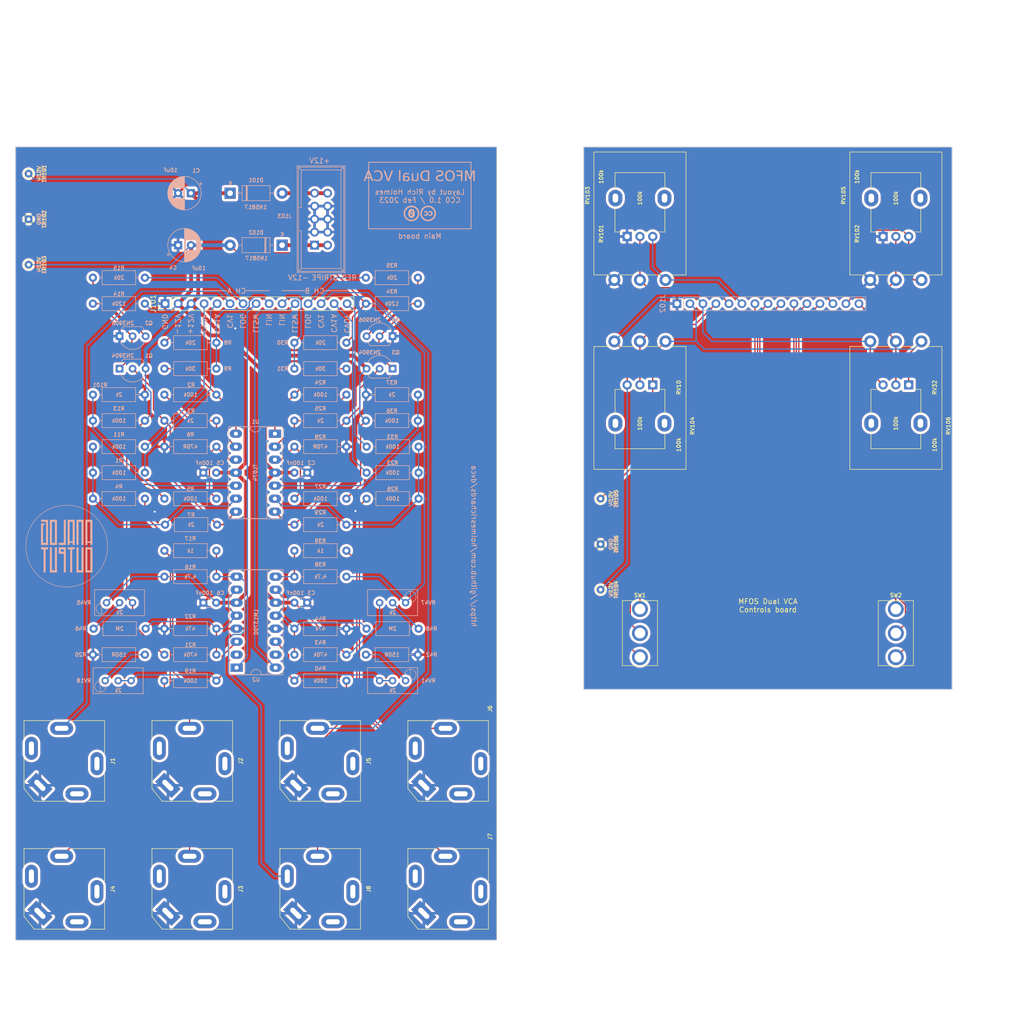
<source format=kicad_pcb>
(kicad_pcb (version 20221018) (generator pcbnew)
  (layers (0 "F.Cu" signal) (31 "B.Cu" signal) (34 "B.Paste" user) (35 "F.Paste" user) (36 "B.SilkS" user "B.Silkscreen") (37 "F.SilkS" user "F.Silkscreen") (38 "B.Mask" user) (39 "F.Mask" user) (44 "Edge.Cuts" user))
  (net 0 "")
  (net 1 "+12V")
  (net 2 "GND")
  (net 3 "-12V")
  (net 4 "/Main PCB/+12_IN")
  (net 5 "/Main PCB/-12_IN")
  (net 6 "/Main PCB/CV1A")
  (net 7 "/Main PCB/CV1B")
  (net 8 "VCAA_OUT")
  (net 9 "/Main PCB/CV1AA")
  (net 10 "/Main PCB/CVOFFSA")
  (net 11 "/Main PCB/LOGA")
  (net 12 "/Main PCB/LLSWA")
  (net 13 "/Main PCB/LINA")
  (net 14 "/Main PCB/CV1AB")
  (net 15 "/Main PCB/CVOFFSB")
  (net 16 "/Main PCB/LOGB")
  (net 17 "/Main PCB/LLSWB")
  (net 18 "/Main PCB/LINB")
  (net 19 "/Pots and switches PCB/CV1AA_P")
  (net 20 "/Pots and switches PCB/CV1A_P")
  (net 21 "/Pots and switches PCB/CVOFFSA_P")
  (net 22 "/Pots and switches PCB/LOGA_P")
  (net 23 "/Pots and switches PCB/LLSWA_P")
  (net 24 "/Pots and switches PCB/LINA_P")
  (net 25 "/Pots and switches PCB/CV1B_P")
  (net 26 "/Pots and switches PCB/CV1AB_P")
  (net 27 "/Pots and switches PCB/CVOFFSB_P")
  (net 28 "/Pots and switches PCB/LOGB_P")
  (net 29 "/Pots and switches PCB/LLSWB_P")
  (net 30 "/Pots and switches PCB/LINB_P")
  (net 31 "Net-(Q1-E)")
  (net 32 "Net-(Q2-C)")
  (net 33 "Net-(Q3-E)")
  (net 34 "Net-(Q4-C)")
  (net 35 "Net-(R2-Pad2)")
  (net 36 "Net-(U1D--)")
  (net 37 "Net-(U1D-+)")
  (net 38 "Net-(U1C-+)")
  (net 39 "Net-(R20-Pad1)")
  (net 40 "Net-(R21-Pad2)")
  (net 41 "Net-(R24-Pad2)")
  (net 42 "Net-(U1A--)")
  (net 43 "Net-(U1A-+)")
  (net 44 "Net-(U1B-+)")
  (net 45 "Net-(R42-Pad1)")
  (net 46 "Net-(R43-Pad2)")
  (net 47 "/Main PCB/BIASA")
  (net 48 "/Main PCB/BIASB")
  (net 51 "/Main PCB/CV2A")
  (net 52 "/Main PCB/OUTA")
  (net 53 "/Main PCB/SIGA")
  (net 54 "/Main PCB/CV2B")
  (net 55 "/Main PCB/SIGB")
  (net 56 "/Main PCB/OUTB")
  (net 57 "/Main PCB/CVSUMA")
  (net 58 "/Main PCB/CVSUMB")
  (net 59 "/Main PCB/CVINA")
  (net 60 "/Main PCB/SIGAP")
  (net 61 "/Main PCB/CVINB")
  (net 62 "/Main PCB/VCAB_OUT")
  (net 63 "/Main PCB/SIGBP")
  (net 64 "GND1")
  (net 65 "-12V_1")
  (net 66 "+12V_1")
  (footprint "AO_tht:Jack_6.35mm_PJ_629HAN_slots" (layer "F.Cu") (at 112.5 185 -90)
    (fp_text reference "J8")
    (fp_text value "AudioJack2_SwitchT")
  )
  (footprint "mfos_vca-panel:mfos_vca_panel_100_holes" (layer "F.Cu") (at 200 110)
    (fp_text reference "GRAF102" hide)
    (fp_text value "Holes" hide)
  )
  (footprint "AO_tht:Potentiometer_Alpha_RD901F-40-00D_Single_Vertical_centered" (layer "F.Cu") (at 175 50 90)
    (fp_text reference "RV101")
    (fp_text value "100k")
  )
  (footprint "AO_tht:Potentiometer_Alpha_16mm_Single_Vertical" (layer "F.Cu") (at 225 50 90)
    (fp_text reference "RV105")
    (fp_text value "100k")
  )
  (footprint "AO_tht:Jack_6.35mm_PJ_629HAN_slots" (layer "F.Cu") (at 87.5 185 -90)
    (fp_text reference "J3")
    (fp_text value "AudioJack2")
  )
  (footprint "AO_tht:TestPoint_THTPad_D1.5mm_Drill0.7mm" (layer "F.Cu") (at 55.55 54.12 -90)
    (fp_text reference "TP102")
    (fp_text value "GND")
  )
  (footprint "Connector_PinHeader_2.54mm:PinHeader_1x15_P2.54mm_Vertical" (layer "F.Cu") (at 82.225 70.63 90)
    (fp_text reference "J101")
    (fp_text value "Conn_01x15")
  )
  (footprint "AO_tht:TestPoint_THTPad_D1.5mm_Drill0.7mm" (layer "F.Cu") (at 167.31 117.62 -90)
    (fp_text reference "TP106")
    (fp_text value "GND")
  )
  (footprint "AO_tht:Potentiometer_Alpha_16mm_Single_Vertical" (layer "F.Cu") (at 175 94 -90)
    (fp_text reference "RV104")
    (fp_text value "100k")
  )
  (footprint "AO_tht:SPDT-toggle-switch-1M-series" (layer "F.Cu") (at 225 135)
    (fp_text reference "SW2")
    (fp_text value "SW_SPDT")
  )
  (footprint "AO_tht:Potentiometer_Alpha_16mm_Single_Vertical" (layer "F.Cu") (at 225 94 -90)
    (fp_text reference "RV106")
    (fp_text value "100k")
  )
  (footprint "AO_tht:Jack_6.35mm_PJ_629HAN_slots" (layer "F.Cu") (at 62.5 160 -90)
    (fp_text reference "J1")
    (fp_text value "AudioJack2")
  )
  (footprint "AO_tht:Potentiometer_Alpha_16mm_Single_Vertical" (layer "F.Cu") (at 175 50 90)
    (fp_text reference "RV103")
    (fp_text value "100k")
  )
  (footprint "AO_tht:Jack_6.35mm_PJ_629HAN_slots" (layer "F.Cu") (at 137.5 185 -90)
    (fp_text reference "J7")
    (fp_text value "AudioJack2")
  )
  (footprint "AO_tht:TestPoint_THTPad_D1.5mm_Drill0.7mm" (layer "F.Cu") (at 167.31 126.51 -90)
    (fp_text reference "TP104")
    (fp_text value "+12V")
  )
  (footprint "AO_tht:Board_Marker" (layer "F.Cu") (at 97 40)
    (fp_text reference "B101")
    (fp_text value "Board")
  )
  (footprint "mfos_vca-panel:mfos_vca_panel_100_holes" (layer "F.Cu") (at 100 110)
    (fp_text reference "GRAF101" hide)
    (fp_text value "Holes" hide)
  )
  (footprint "AO_tht:Potentiometer_Alpha_RD901F-40-00D_Single_Vertical_centered" (layer "F.Cu") (at 225 94 -90)
    (fp_text reference "RV32")
    (fp_text value "100k")
  )
  (footprint "AO_tht:Jack_6.35mm_PJ_629HAN_slots" (layer "F.Cu") (at 112.5 160 -90)
    (fp_text reference "J5")
    (fp_text value "AudioJack2")
  )
  (footprint "AO_tht:Jack_6.35mm_PJ_629HAN_slots" (layer "F.Cu") (at 137.5 160 -90)
    (fp_text reference "J6")
    (fp_text value "AudioJack2")
  )
  (footprint "AO_tht:TestPoint_THTPad_D1.5mm_Drill0.7mm" (layer "F.Cu") (at 167.31 108.73 -90)
    (fp_text reference "TP105")
    (fp_text value "-12V")
  )
  (footprint "AO_tht:Board_Marker" (layer "F.Cu") (at 197.375 39.925)
    (fp_text reference "B102")
    (fp_text value "Board")
  )
  (footprint "AO_tht:Potentiometer_Alpha_RD901F-40-00D_Single_Vertical_centered" (layer "F.Cu") (at 175 94 -90)
    (fp_text reference "RV10")
    (fp_text value "100k")
  )
  (footprint "AO_tht:Jack_6.35mm_PJ_629HAN_slots" (layer "F.Cu") (at 62.5 185 -90)
    (fp_text reference "J4")
    (fp_text value "AudioJack2")
  )
  (footprint "AO_tht:Potentiometer_Alpha_RD901F-40-00D_Single_Vertical_centered" (layer "F.Cu") (at 225 50 90)
    (fp_text reference "RV102")
    (fp_text value "100k")
  )
  (footprint "AO_tht:TestPoint_THTPad_D1.5mm_Drill0.7mm" (layer "F.Cu") (at 55.55 45.23 -90)
    (fp_text reference "TP101")
    (fp_text value "+12V")
  )
  (footprint "AO_tht:TestPoint_THTPad_D1.5mm_Drill0.7mm" (layer "F.Cu") (at 55.55 63.01 -90)
    (fp_text reference "TP103")
    (fp_text value "-12V")
  )
  (footprint "AO_tht:Jack_6.35mm_PJ_629HAN_slots" (layer "F.Cu") (at 87.5 160 -90)
    (fp_text reference "J2")
    (fp_text value "AudioJack2")
  )
  (footprint "AO_tht:SPDT-toggle-switch-1M-series" (layer "F.Cu") (at 175 135)
    (fp_text reference "SW1")
    (fp_text value "SW_SPDT")
  )
  (footprint "AO_tht:R_Axial_DIN0207_L6.3mm_D2.5mm_P10.16mm_Horizontal" (layer "B.Cu") (at 92.245 83.33 180)
    (fp_text reference "R9")
    (fp_text value "30k")
  )
  (footprint "AO_tht:TO-92_Inline_Wide" (layer "B.Cu") (at 73.33 76.98)
    (fp_text reference "Q2")
    (fp_text value "2N3906")
  )
  (footprint "AO_tht:R_Axial_DIN0207_L6.3mm_D2.5mm_P10.16mm_Horizontal" (layer "B.Cu") (at 78.275 93.49 180)
    (fp_text reference "R13")
    (fp_text value "100k")
  )
  (footprint "AO_tht:CC0_logo" (layer "B.Cu") (at 132 53 180)
    (fp_text reference "GRAF103" hide)
    (fp_text value "CC0 logo" hide)
  )
  (footprint "AO_tht:R_Axial_DIN0207_L6.3mm_D2.5mm_P10.16mm_Horizontal" (layer "B.Cu") (at 92.245 118.89 180)
    (fp_text reference "R17")
    (fp_text value "1k")
  )
  (footprint "AO_tht:R_Axial_DIN0207_L6.3mm_D2.5mm_P10.16mm_Horizontal" (layer "B.Cu") (at 121.59 103.65)
    (fp_text reference "R23")
    (fp_text value "100k")
  )
  (footprint "AO_tht:R_Axial_DIN0207_L6.3mm_D2.5mm_P10.16mm_Horizontal" (layer "B.Cu") (at 78.275 98.57 180)
    (fp_text reference "R11")
    (fp_text value "100k")
  )
  (footprint "AO_tht:TO-92_Inline_Wide" (layer "B.Cu") (at 73.33 83.33)
    (fp_text reference "Q1")
    (fp_text value "2N3904")
  )
  (footprint "AO_tht:D_DO-41_SOD81_P10.16mm_Horizontal" (layer "B.Cu") (at 105.08 59.2 180)
    (fp_text reference "D102")
    (fp_text value "1N5817")
  )
  (footprint "AO_tht:R_Axial_DIN0207_L6.3mm_D2.5mm_P10.16mm_Horizontal" (layer "B.Cu") (at 107.485 98.57)
    (fp_text reference "R28")
    (fp_text value "470R")
  )
  (footprint "AO_tht:R_Axial_DIN0207_L6.3mm_D2.5mm_P10.16mm_Horizontal" (layer "B.Cu") (at 78.275 108.73 180)
    (fp_text reference "R4")
    (fp_text value "100k")
  )
  (footprint "AO_tht:R_Axial_DIN0207_L6.3mm_D2.5mm_P10.16mm_Horizontal" (layer "B.Cu") (at 117.645 113.81 180)
    (fp_text reference "R29")
    (fp_text value "2k")
  )
  (footprint "AO_tht:R_Axial_DIN0207_L6.3mm_D2.5mm_P10.16mm_Horizontal" (layer "B.Cu") (at 121.59 98.57)
    (fp_text reference "R33")
    (fp_text value "100k")
  )
  (footprint "AO_tht:R_Axial_DIN0207_L6.3mm_D2.5mm_P10.16mm_Horizontal" (layer "B.Cu") (at 82.085 139.21)
    (fp_text reference "R21")
    (fp_text value "470k")
  )
  (footprint "AO_tht:R_Axial_DIN0207_L6.3mm_D2.5mm_P10.16mm_Horizontal" (layer "B.Cu") (at 82.085 123.97)
    (fp_text reference "R16")
    (fp_text value "4.7k")
  )
  (footprint "AO_tht:Potentiometer_Bourns_3296W_Vertical_standard" (layer "B.Cu") (at 70.51 144.29 180)
    (fp_text reference "RV18")
    (fp_text value "2k")
  )
  (footprint "AO_tht:R_Axial_DIN0207_L6.3mm_D2.5mm_P10.16mm_Horizontal" (layer "B.Cu") (at 117.645 108.73 180)
    (fp_text reference "R27")
    (fp_text value "100k")
  )
  (footprint "AO_tht:R_Axial_DIN0207_L6.3mm_D2.5mm_P10.16mm_Horizontal" (layer "B.Cu") (at 131.615 70.63 180)
    (fp_text reference "R34")
    (fp_text value "120k")
  )
  (footprint "AO_tht:DIP-16_W7.62mm_Socket_LongPads" (layer "B.Cu") (at 96.19 141.75)
    (fp_text reference "U2")
    (fp_text value "LM13700")
  )
  (footprint "AO_tht:R_Axial_DIN0207_L6.3mm_D2.5mm_P10.16mm_Horizontal" (layer "B.Cu") (at 68.115 88.41)
    (fp_text reference "R101")
    (fp_text value "2k")
  )
  (footprint "AO_tht:Potentiometer_Bourns_3296W_Vertical_standard" (layer "B.Cu") (at 70.78 129.05 180)
    (fp_text reference "RV45")
    (fp_text value "2k")
  )
  (footprint "AO_tht:R_Axial_DIN0207_L6.3mm_D2.5mm_P10.16mm_Horizontal" (layer "B.Cu") (at 82.085 78.25)
    (fp_text reference "R8")
    (fp_text value "20k")
  )
  (footprint "AO_tht:R_Axial_DIN0207_L6.3mm_D2.5mm_P10.16mm_Horizontal" (layer "B.Cu") (at 121.455 139.21)
    (fp_text reference "R42")
    (fp_text value "150R")
  )
  (footprint "AO_tht:C_Disc_D3.0mm_W1.6mm_P2.50mm" (layer "B.Cu") (at 107.485 129.05)
    (fp_text reference "C3")
    (fp_text value "100nF")
  )
  (footprint "AO_tht:Potentiometer_Bourns_3296W_Vertical_standard" (layer "B.Cu") (at 129.21 144.29)
    (fp_text reference "RV41")
    (fp_text value "2k")
  )
  (footprint "AO_tht:R_Axial_DIN0207_L6.3mm_D2.5mm_P10.16mm_Horizontal" (layer "B.Cu") (at 107.485 83.33)
    (fp_text reference "R31")
    (fp_text value "30k")
  )
  (footprint "AO_tht:TO-92_Inline_Wide" (layer "B.Cu") (at 126.67 83.33 180)
    (fp_text reference "Q3")
    (fp_text value "2N3904")
  )
  (footprint "AO_tht:R_Axial_DIN0207_L6.3mm_D2.5mm_P10.16mm_Horizontal" (layer "B.Cu") (at 68.115 70.63)
    (fp_text reference "R14")
    (fp_text value "120k")
  )
  (footprint "AO_tht:R_Axial_DIN0207_L6.3mm_D2.5mm_P10.16mm_Horizontal" (layer "B.Cu") (at 131.75 134.13 180)
    (fp_text reference "R48")
    (fp_text value "2M")
  )
  (footprint "AO_tht:C_Disc_D3.0mm_W1.6mm_P2.50mm" (layer "B.Cu") (at 89.705 129.05)
    (fp_text reference "C6")
    (fp_text value "100nF")
  )
  (footprint "AO_tht:C_Disc_D3.0mm_W1.6mm_P2.50mm" (layer "B.Cu") (at 107.485 103.65)
    (fp_text reference "C2")
    (fp_text value "100nF")
  )
  (footprint "AO_tht:R_Axial_DIN0207_L6.3mm_D2.5mm_P10.16mm_Horizontal" (layer "B.Cu") (at 131.615 88.41 180)
    (fp_text reference "R37")
    (fp_text value "2k")
  )
  (footprint "AO_tht:R_Axial_DIN0207_L6.3mm_D2.5mm_P10.16mm_Horizontal" (layer "B.Cu") (at 117.645 144.29 180)
    (fp_text reference "R40")
    (fp_text value "100k" hide)
  )
  (footprint "AO_tht:R_Axial_DIN0207_L6.3mm_D2.5mm_P10.16mm_Horizontal" (layer "B.Cu") (at 82.22 113.81)
    (fp_text reference "R7")
    (fp_text value "2k")
  )
  (footprint "AO_tht:R_Axial_DIN0207_L6.3mm_D2.5mm_P10.16mm_Horizontal" (layer "B.Cu") (at 92.245 134.13 180)
    (fp_text reference "R22")
    (fp_text value "47k")
  )
  (footprint "AO_tht:R_Axial_DIN0207_L6.3mm_D2.5mm_P10.16mm_Horizontal" (layer "B.Cu") (at 117.645 88.41 180)
    (fp_text reference "R24")
    (fp_text value "100k")
  )
  (footprint "AO_tht:R_Axial_DIN0207_L6.3mm_D2.5mm_P10.16mm_Horizontal" (layer "B.Cu") (at 107.485 118.89)
    (fp_text reference "R39")
    (fp_text value "1k")
  )
  (footprint "AO_tht:R_Axial_DIN0207_L6.3mm_D2.5mm_P10.16mm_Horizontal" (layer "B.Cu") (at 117.645 139.21 180)
    (fp_text reference "R43")
    (fp_text value "470k")
  )
  (footprint "AO_tht:TO-92_Inline_Wide" (layer "B.Cu") (at 126.67 76.98 180)
    (fp_text reference "Q4")
    (fp_text value "2N3906")
  )
  (footprint "AO_tht:analogoutput" (layer "B.Cu") (at 63 118 180)
    (fp_text reference "GRAF104" hide)
    (fp_text value "AO logo" hide)
  )
  (footprint "AO_tht:R_Axial_DIN0207_L6.3mm_D2.5mm_P10.16mm_Horizontal" (layer "B.Cu") (at 117.645 78.25 180)
    (fp_text reference "R30")
    (fp_text value "20k")
  )
  (footprint "AO_tht:R_Axial_DIN0207_L6.3mm_D2.5mm_P10.16mm_Horizontal" (layer "B.Cu") (at 131.615 65.55 180)
    (fp_text reference "R35")
    (fp_text value "20k")
  )
  (footprint "AO_tht:R_Axial_DIN0207_L6.3mm_D2.5mm_P10.16mm_Horizontal" (layer "B.Cu") (at 107.485 134.13)
    (fp_text reference "R44")
    (fp_text value "47k")
  )
  (footprint "AO_tht:R_Axial_DIN0207_L6.3mm_D2.5mm_P10.16mm_Horizontal" (layer "B.Cu") (at 92.245 98.57 180)
    (fp_text reference "R6")
    (fp_text value "470R")
  )
  (footprint "AO_tht:R_Axial_DIN0207_L6.3mm_D2.5mm_P10.16mm_Horizontal" (layer "B.Cu") (at 82.085 88.41)
    (fp_text reference "R2")
    (fp_text value "100k")
  )
  (footprint "AO_tht:R_Axial_DIN0207_L6.3mm_D2.5mm_P10.16mm_Horizontal" (layer "B.Cu") (at 82.085 93.49)
    (fp_text reference "R3")
    (fp_text value "2k")
  )
  (footprint "AO_tht:C_Disc_D3.0mm_W1.6mm_P2.50mm" (layer "B.Cu") (at 89.705 103.65)
    (fp_text reference "C5")
    (fp_text value "100nF")
  )
  (footprint "AO_tht:R_Axial_DIN0207_L6.3mm_D2.5mm_P10.16mm_Horizontal" (layer "B.Cu") (at 82.085 144.29)
    (fp_text reference "R19")
    (fp_text value "100k")
  )
  (footprint "AO_tht:R_Axial_DIN0207_L6.3mm_D2.5mm_P10.16mm_Horizontal" (layer "B.Cu") (at 117.645 123.97 180)
    (fp_text reference "R38")
    (fp_text value "4.7k")
  )
  (footprint "AO_tht:CP_Radial_D6.3mm_P2.50mm" (layer "B.Cu") (at 87.26 49.04 180)
    (fp_text reference "C1")
    (fp_text value "10uF")
  )
  (footprint "AO_tht:DIP-14_W7.62mm_Socket_LongPads" (layer "B.Cu") (at 103.675 96.03 180)
    (fp_text reference "U1")
    (fp_text value "TL074")
  )
  (footprint "AO_tht:Potentiometer_Bourns_3296W_Vertical_standard" (layer "B.Cu") (at 129.21 129.05)
    (fp_text reference "RV47")
    (fp_text value "2k")
  )
  (footprint "AO_tht:CP_Radial_D6.3mm_P2.50mm" (layer "B.Cu") (at 84.76 59.2)
    (fp_text reference "C4")
    (fp_text value "10uF")
  )
  (footprint "AO_tht:R_Axial_DIN0207_L6.3mm_D2.5mm_P10.16mm_Horizontal" (layer "B.Cu") (at 68.25 134.13)
    (fp_text reference "R46")
    (fp_text value "2M")
  )
  (footprint "AO_tht:D_DO-41_SOD81_P10.16mm_Horizontal" (layer "B.Cu") (at 94.92 49.04)
    (fp_text reference "D101")
    (fp_text value "1N5817")
  )
  (footprint "AO_tht:R_Axial_DIN0207_L6.3mm_D2.5mm_P10.16mm_Horizontal" (layer "B.Cu") (at 121.59 108.73)
    (fp_text reference "R26")
    (fp_text value "100k")
  )
  (footprint "AO_tht:Power_Header" (layer "B.Cu") (at 111.43 59.2)
    (fp_text reference "J103")
    (fp_text value "Synth_power_2x5")
  )
  (footprint "AO_tht:R_Axial_DIN0207_L6.3mm_D2.5mm_P10.16mm_Horizontal" (layer "B.Cu") (at 68.115 65.55)
    (fp_text reference "R15")
    (fp_text value "20k")
  )
  (footprint "AO_tht:R_Axial_DIN0207_L6.3mm_D2.5mm_P10.16mm_Horizontal" (layer "B.Cu") (at 78.275 103.65 180)
    (fp_text reference "R1")
    (fp_text value "100k")
  )
  (footprint "Connector_PinSocket_2.54mm:PinSocket_1x15_P2.54mm_Vertical" (layer "B.Cu") (at 182.225 70.63 -90)
    (fp_text reference "J102")
    (fp_text value "Conn_01x15")
  )
  (footprint "AO_tht:R_Axial_DIN0207_L6.3mm_D2.5mm_P10.16mm_Horizontal" (layer "B.Cu") (at 121.455 93.49)
    (fp_text reference "R36")
    (fp_text value "100k")
  )
  (footprint "AO_tht:R_Axial_DIN0207_L6.3mm_D2.5mm_P10.16mm_Horizontal" (layer "B.Cu") (at 82.085 108.73)
    (fp_text reference "R5")
    (fp_text value "100k")
  )
  (footprint "AO_tht:R_Axial_DIN0207_L6.3mm_D2.5mm_P10.16mm_Horizontal" (layer "B.Cu") (at 78.275 139.21 180)
    (fp_text reference "R20")
    (fp_text value "150R")
  )
  (footprint "AO_tht:R_Axial_DIN0207_L6.3mm_D2.5mm_P10.16mm_Horizontal" (layer "B.Cu") (at 117.645 93.49 180)
    (fp_text reference "R25")
    (fp_text value "2k")
  )
  (gr_rect (start 122 43) (end 142 56) (stroke (width 0.15)) (fill none) (layer "B.SilkS"))
  (gr_line (start 117.78 68.09) (end 113.335 68.09) (stroke (width 0.15)) (layer "B.SilkS"))
  (gr_line (start 94.285 68.09) (end 89.84 68.09) (stroke (width 0.15)) (layer "B.SilkS"))
  (gr_line (start 102.54 68.09) (end 98.095 68.09) (stroke (width 0.15)) (layer "B.SilkS"))
  (gr_line (start 109.525 68.09) (end 105.08 68.09) (stroke (width 0.15)) (layer "B.SilkS"))
  (gr_rect (start 164 40) (end 236 146) (stroke (width 0.15)) (fill none) (layer "Edge.Cuts"))
  (gr_rect (start 53 40) (end 147 195) (stroke (width 0.1)) (fill none) (layer "Edge.Cuts"))
  (gr_text "LLSW" (at 106.985 72.535 270) (layer "B.SilkS") (effects (font (size 1 1)) (justify right bottom mirror)))
  (gr_text "-12V" (at 84.125 72.535 270) (layer "B.SilkS") (effects (font (size 1 1)) (justify right bottom mirror)))
  (gr_text "MFOS Dual VCA" (at 132 47) (layer "B.SilkS") (effects (font (size 2 2)) (justify bottom mirror)))
  (gr_text "https://github.com/holmesrichards/dvca" (at 142 118 -90) (layer "B.SilkS") (effects (font (size 1 1)) (justify bottom mirror)))
  (gr_text "CH B" (at 111.43 68.725) (layer "B.SilkS") (effects (font (size 1 1)) (justify bottom mirror)))
  (gr_text "Layout by Rich Holmes\nCC0 1.0 / Feb 2023" (at 132 51) (layer "B.SilkS") (effects (font (size 1 1)) (justify bottom mirror)))
  (gr_text "CH A" (at 96.19 68.725) (layer "B.SilkS") (effects (font (size 1 1)) (justify bottom mirror)))
  (gr_text "CVOF" (at 117.145 72.535 270) (layer "B.SilkS") (effects (font (size 1 1)) (justify right bottom mirror)))
  (gr_text "CV1A" (at 114.605 72.535 270) (layer "B.SilkS") (effects (font (size 1 1)) (justify right bottom mirror)))
  (gr_text "LOG" (at 96.825 72.535 270) (layer "B.SilkS") (effects (font (size 1 1)) (justify right bottom mirror)))
  (gr_text "LIN" (at 101.905 72.535 270) (layer "B.SilkS") (effects (font (size 1 1)) (justify right bottom mirror)))
  (gr_text "LOG" (at 109.525 72.535 270) (layer "B.SilkS") (effects (font (size 1 1)) (justify right bottom mirror)))
  (gr_text "GND" (at 81.585 72.535 -90) (layer "B.SilkS") (effects (font (size 1 1)) (justify right bottom mirror)))
  (gr_text "+12V" (at 86.665 72.535 270) (layer "B.SilkS") (effects (font (size 1 1)) (justify right bottom mirror)))
  (gr_text "CV1" (at 94.285 72.535 270) (layer "B.SilkS") (effects (font (size 1 1)) (justify right bottom mirror)))
  (gr_text "CVOF" (at 89.205 72.535 270) (layer "B.SilkS") (effects (font (size 1 1)) (justify right bottom mirror)))
  (gr_text "CV1A" (at 91.745 72.535 270) (layer "B.SilkS") (effects (font (size 1 1)) (justify right bottom mirror)))
  (gr_text "LIN" (at 104.445 72.535 270) (layer "B.SilkS") (effects (font (size 1 1)) (justify right bottom mirror)))
  (gr_text "LLSW" (at 99.365 72.535 270) (layer "B.SilkS") (effects (font (size 1 1)) (justify right bottom mirror)))
  (gr_text "CV1" (at 112.065 72.535 270) (layer "B.SilkS") (effects (font (size 1 1)) (justify right bottom mirror)))
  (gr_text "Main board" (at 132 58) (layer "B.SilkS") (effects (font (size 1 1)) (justify bottom mirror)))
  (gr_text "MFOS Dual VCA\nControls board" (at 200 131) (layer "F.SilkS") (effects (font (size 1 1)) (justify bottom)))
  (segment (start 75.86 129.05) (end 74.727 127.917) (width 0.25) (layer "F.Cu") (net 1))
  (segment (start 103.675 103.65) (end 107.485 103.65) (width 0.75) (layer "F.Cu") (net 1))
  (segment (start 93.249064 75.825978) (end 92.500978 75.825978) (width 0.75) (layer "F.Cu") (net 1))
  (segment (start 120.415489 105.959511) (end 120.415489 94.529511) (width 0.25) (layer "F.Cu") (net 1))
  (segment (start 103.81 129.05) (end 101.778 127.018) (width 0.75) (layer "F.Cu") (net 1))
  (segment (start 101.778 105.547) (end 103.675 103.65) (width 0.75) (layer "F.Cu") (net 1))
  (segment (start 87.26 49.04) (end 88.684511 50.464511) (width 0.75) (layer "F.Cu") (net 1))
  (segment (start 92.500978 75.825978) (end 87.305 70.63) (width 0.75) (layer "F.Cu") (net 1))
  (segment (start 120.415489 94.529511) (end 121.455 93.49) (width 0.25) (layer "F.Cu") (net 1))
  (segment (start 82.085 139.21) (end 81.899009 139.21) (width 0.25) (layer "F.Cu") (net 1))
  (segment (start 105.342914 80.79) (end 101.778 84.354914) (width 0.75) (layer "F.Cu") (net 1))
  (segment (start 103.675 103.65) (end 101.778 101.753) (width 0.75) (layer "F.Cu") (net 1))
  (segment (start 117.645 139.21) (end 107.485 129.05) (width 0.25) (layer "F.Cu") (net 1))
  (segment (start 75.86 133.170991) (end 75.86 129.05) (width 0.25) (layer "F.Cu") (net 1))
  (segment (start 88.684511 69.250489) (end 87.305 70.63) (width 0.75) (layer "F.Cu") (net 1))
  (segment (start 121.59 83.33) (end 119.05 80.79) (width 0.75) (layer "F.Cu") (net 1))
  (segment (start 107.485 129.05) (end 103.81 129.05) (width 0.75) (layer "F.Cu") (net 1))
  (segment (start 101.778 84.354914) (end 93.249064 75.825978) (width 0.75) (layer "F.Cu") (net 1))
  (segment (start 81.899009 139.21) (end 75.86 133.170991) (width 0.25) (layer "F.Cu") (net 1))
  (segment (start 117.645 108.73) (end 120.415489 105.959511) (width 0.25) (layer "F.Cu") (net 1))
  (segment (start 94.92 49.04) (end 87.26 49.04) (width 0.75) (layer "F.Cu") (net 1))
  (segment (start 119.05 80.79) (end 105.342914 80.79) (width 0.75) (layer "F.Cu") (net 1))
  (segment (start 74.727 97.038) (end 78.275 93.49) (width 0.25) (layer "F.Cu") (net 1))
  (segment (start 82.085 108.73) (end 79.291 105.936) (width 0.25) (layer "F.Cu") (net 1))
  (segment (start 74.727 127.917) (end 74.727 106.698) (width 0.25) (layer "F.Cu") (net 1))
  (segment (start 74.727 105.936) (end 74.727 106.698) (width 0.25) (layer "F.Cu") (net 1))
  (segment (start 101.778 101.753) (end 101.778 84.354914) (width 0.75) (layer "F.Cu") (net 1))
  (segment (start 79.291 105.936) (end 74.727 105.936) (width 0.25) (layer "F.Cu") (net 1))
  (segment (start 74.727 106.698) (end 74.727 97.038) (width 0.25) (layer "F.Cu") (net 1))
  (segment (start 101.778 127.018) (end 101.778 105.547) (width 0.75) (layer "F.Cu") (net 1))
  (segment (start 88.684511 50.464511) (end 88.684511 69.250489) (width 0.75) (layer "F.Cu") (net 1))
  (segment (start 78.41 86.88399) (end 79.449511 87.923501) (width 0.25) (layer "B.Cu") (net 1))
  (segment (start 84.478 46.258) (end 87.26 49.04) (width 0.25) (layer "B.Cu") (net 1))
  (segment (start 79.449511 92.315489) (end 78.275 93.49) (width 0.25) (layer "B.Cu") (net 1))
  (segment (start 118.100991 139.21) (end 117.645 139.21) (width 0.25) (layer "B.Cu") (net 1))
  (segment (start 87.305 70.63) (end 78.41 79.525) (width 0.75) (layer "B.Cu") (net 1))
  (segment (start 121.455 93.49) (end 120.280489 92.315489) (width 0.25) (layer "B.Cu") (net 1))
  (segment (start 78.41 79.525) (end 78.41 83.33) (width 0.75) (layer "B.Cu") (net 1))
  (segment (start 79.449511 87.923501) (end 79.449511 92.315489) (width 0.25) (layer "B.Cu") (net 1))
  (segment (start 120.280489 92.315489) (end 120.280489 84.639511) (width 0.25) (layer "B.Cu") (net 1))
  (segment (start 124.13 129.05) (end 124.13 133.180991) (width 0.25) (layer "B.Cu") (net 1))
  (segment (start 55.55 45.23) (end 56.578 46.258) (width 0.25) (layer "B.Cu") (net 1))
  (segment (start 120.280489 84.639511) (end 121.59 83.33) (width 0.25) (layer "B.Cu") (net 1))
  (segment (start 124.13 133.180991) (end 118.100991 139.21) (width 0.25) (layer "B.Cu") (net 1))
  (segment (start 56.578 46.258) (end 84.478 46.258) (width 0.25) (layer "B.Cu") (net 1))
  (segment (start 78.41 83.33) (end 78.41 86.88399) (width 0.25) (layer "B.Cu") (net 1))
  (via (at 80.188 111.27) (size 0.8) (drill 0.4) (layers "F.Cu" "B.Cu") (net 2))
  (via (at 119.4185 111.143) (size 0.8) (drill 0.4) (layers "F.Cu" "B.Cu") (net 2))
  (via (at 95.936 75.456) (size 0.8) (drill 0.4) (layers "F.Cu" "B.Cu") (net 2))
  (segment (start 96.055 103.65) (end 97.87952 101.82548) (width 0.75) (layer "F.Cu") (net 3))
  (segment (start 90.960489 76.825489) (end 87.3025 73.1675) (width 0.75) (layer "F.Cu") (net 3))
  (segment (start 87.26 59.2) (end 87.3 59.24) (width 0.75) (layer "F.Cu") (net 3))
  (segment (start 96.394511 60.674511) (end 94.92 59.2) (width 0.25) (layer "F.Cu") (net 3))
  (segment (start 98.01452 105.60952) (end 96.055 103.65) (width 0.75) (layer "F.Cu") (net 3))
  (segment (start 87.3 68.095) (end 84.765 70.63) (width 0.75) (layer "F.Cu") (net 3))
  (segment (start 96.19 129.05) (end 98.01452 127.22548) (width 0.75) (layer "F.Cu") (net 3))
  (segment (start 87.1675 73.1675) (end 87.3025 73.1675) (width 0.25) (layer "F.Cu") (net 3))
  (segment (start 87.3025 73.1675) (end 84.765 70.63) (width 0.75) (layer "F.Cu") (net 3))
  (segment (start 121.455 70.63) (end 111.499511 60.674511) (width 0.25) (layer "F.Cu") (net 3))
  (segment (start 111.499511 60.674511) (end 96.394511 60.674511) (width 0.25) (layer "F.Cu") (net 3))
  (segment (start 96.055 103.65) (end 92.205 103.65) (width 0.75) (layer "F.Cu") (net 3))
  (segment (start 121.455 70.63) (end 118.819511 73.265489) (width 0.25) (layer "F.Cu") (net 3))
  (segment (start 118.819511 77.075489) (end 117.645 78.25) (width 0.25) (layer "F.Cu") (net 3))
  (segment (start 92.835053 76.825489) (end 90.960489 76.825489) (width 0.75) (layer "F.Cu") (net 3))
  (segment (start 118.819511 73.265489) (end 118.819511 77.075489) (width 0.25) (layer "F.Cu") (net 3))
  (segment (start 92.205 129.05) (end 96.19 129.05) (width 0.75) (layer "F.Cu") (net 3))
  (segment (start 82.085 78.25) (end 87.1675 73.1675) (width 0.25) (layer "F.Cu") (net 3))
  (segment (start 97.87952 101.82548) (end 97.87952 81.869956) (width 0.75) (layer "F.Cu") (net 3))
  (segment (start 98.01452 127.22548) (end 98.01452 105.60952) (width 0.75) (layer "F.Cu") (net 3))
  (segment (start 87.3 59.24) (end 87.3 68.095) (width 0.75) (layer "F.Cu") (net 3))
  (segment (start 97.87952 81.869956) (end 92.835053 76.825489) (width 0.75) (layer "F.Cu") (net 3))
  (segment (start 87.125 123.97) (end 92.205 129.05) (width 0.25) (layer "B.Cu") (net 3))
  (segment (start 124.13 123.97) (end 129.21 129.05) (width 0.25) (layer "B.Cu") (net 3))
  (segment (start 70.78 129.05) (end 75.86 123.97) (width 0.25) (layer "B.Cu") (net 3))
  (segment (start 75.86 123.97) (end 81.69399 123.97) (width 0.25) (layer "B.Cu") (net 3))
  (segment (start 132.875 125.385) (end 129.21 129.05) (width 0.25) (layer "B.Cu") (net 3))
  (segment (start 79.499511 71.854511) (end 83.540489 71.854511) (width 0.25) (layer "B.Cu") (net 3))
  (segment (start 121.455 70.63) (end 123.368 70.63) (width 0.25) (layer "B.Cu") (net 3))
  (segment (start 82.085 123.97) (end 87.125 123.97) (width 0.25) (layer "B.Cu") (net 3))
  (segment (start 83.45 63.01) (end 87.26 59.2) (width 0.25) (layer "B.Cu") (net 3))
  (segment (start 123.368 70.63) (end 132.875 80.137) (width 0.25) (layer "B.Cu") (net 3))
  (segment (start 94.92 59.2) (end 87.26 59.2) (width 0.75) (layer "B.Cu") (net 3))
  (segment (start 78.275 70.63) (end 79.499511 71.854511) (width 0.25) (layer "B.Cu") (net 3))
  (segment (start 83.540489 71.854511) (end 84.765 70.63) (width 0.25) (layer "B.Cu") (net 3))
  (segment (start 117.645 123.97) (end 124.13 123.97) (width 0.25) (layer "B.Cu") (net 3))
  (segment (start 132.875 80.137) (end 132.875 125.385) (width 0.25) (layer "B.Cu") (net 3))
  (segment (start 55.55 63.01) (end 83.45 63.01) (width 0.25) (layer "B.Cu") (net 3))
  (segment (start 111.43 49.04) (end 105.08 49.04) (width 0.75) (layer "F.Cu") (net 4))
  (segment (start 113.97 49.04) (end 111.43 49.04) (width 0.75) (layer "F.Cu") (net 4))
  (segment (start 113.97 59.2) (end 111.43 59.2) (width 0.75) (layer "F.Cu") (net 5))
  (segment (start 111.43 59.2) (end 105.08 59.2) (width 0.75) (layer "F.Cu") (net 5))
  (segment (start 92.512 68.217) (end 77.648 68.217) (width 0.25) (layer "B.Cu") (net 6))
  (segment (start 94.925 70.63) (end 92.512 68.217) (width 0.25) (layer "B.Cu") (net 6))
  (segment (start 66.940489 78.924511) (end 66.940489 148.659511) (width 0.25) (layer "B.Cu") (net 6))
  (segment (start 66.940489 148.659511) (end 62 153.6) (width 0.25) (layer "B.Cu") (net 6))
  (segment (start 77.648 68.217) (end 66.940489 78.924511) (width 0.25) (layer "B.Cu") (net 6))
  (segment (start 114.864 68.471) (end 121.84469 68.471) (width 0.25) (layer "B.Cu") (net 7))
  (segment (start 133.646511 142.774489) (end 122.821 153.6) (width 0.25) (layer "B.Cu") (net 7))
  (segment (start 122.821 153.6) (end 112 153.6) (width 0.25) (layer "B.Cu") (net 7))
  (segment (start 133.646511 80.272821) (end 133.646511 142.774489) (width 0.25) (layer "B.Cu") (net 7))
  (segment (start 112.705 70.63) (end 114.864 68.471) (width 0.25) (layer "B.Cu") (net 7))
  (segment (start 121.84469 68.471) (end 133.646511 80.272821) (width 0.25) (layer "B.Cu") (net 7))
  (segment (start 92.245 118.89) (end 92.245 123.97) (width 0.25) (layer "F.Cu") (net 8))
  (segment (start 101.025489 149.234511) (end 94.61548 142.824502) (width 0.25) (layer "B.Cu") (net 8))
  (segment (start 94.61548 142.824502) (end 94.61548 136.183498) (width 0.25) (layer "B.Cu") (net 8))
  (segment (start 94.61548 136.183498) (end 95.544458 135.25452) (width 0.25) (layer "B.Cu") (net 8))
  (segment (start 101.025489 179.925489) (end 101.025489 149.234511) (width 0.25) (layer "B.Cu") (net 8))
  (segment (start 103.6 182.5) (end 101.025489 179.925489) (width 0.25) (layer "B.Cu") (net 8))
  (segment (start 97.055791 135.25452) (end 97.76452 134.545791) (width 0.25) (layer "B.Cu") (net 8))
  (segment (start 106.1 182.5) (end 103.6 182.5) (width 0.25) (layer "B.Cu") (net 8))
  (segment (start 95.544458 135.25452) (end 97.055791 135.25452) (width 0.25) (layer "B.Cu") (net 8))
  (segment (start 97.76452 124.90952) (end 96.825 123.97) (width 0.25) (layer "B.Cu") (net 8))
  (segment (start 92.245 123.97) (end 96.19 123.97) (width 0.25) (layer "B.Cu") (net 8))
  (segment (start 97.76452 134.545791) (end 97.76452 124.90952) (width 0.25) (layer "B.Cu") (net 8))
  (segment (start 91.120489 87.314811) (end 91.120489 71.894511) (width 0.25) (layer "B.Cu") (net 9))
  (segment (start 91.120489 71.894511) (end 92.385 70.63) (width 0.25) (layer "B.Cu") (net 9))
  (segment (start 78.275 100.1603) (end 91.120489 87.314811) (width 0.25) (layer "B.Cu") (net 9))
  (segment (start 78.275 103.65) (end 78.275 100.1603) (width 0.25) (layer "B.Cu") (net 9))
  (segment (start 78.5953 98.57) (end 89.845 87.3203) (width 0.25) (layer "B.Cu") (net 10))
  (segment (start 89.845 87.3203) (end 89.845 70.63) (width 0.25) (layer "B.Cu") (net 10))
  (segment (start 92.385 65.55) (end 97.465 70.63) (width 0.25) (layer "B.Cu") (net 11))
  (segment (start 78.275 65.55) (end 92.385 65.55) (width 0.25) (layer "B.Cu") (net 11))
  (segment (start 100.005 70.63) (end 98.29051 72.34449) (width 0.25) (layer "B.Cu") (net 12))
  (segment (start 98.29051 72.34449) (end 98.29051 139.64949) (width 0.25) (layer "B.Cu") (net 12))
  (segment (start 98.29051 139.64949) (end 96.19 141.75) (width 0.25) (layer "B.Cu") (net 12))
  (segment (start 98.639511 71.116499) (end 98.639511 70.334479) (width 0.25) (layer "B.Cu") (net 13))
  (segment (start 92.245 73.305) (end 93.745489 71.804511) (width 0.25) (layer "B.Cu") (net 13))
  (segment (start 101.275 69.36) (end 102.545 70.63) (width 0.25) (layer "B.Cu") (net 13))
  (segment (start 93.745489 71.804511) (end 97.951499 71.804511) (width 0.25) (layer "B.Cu") (net 13))
  (segment (start 99.61399 69.36) (end 101.275 69.36) (width 0.25) (layer "B.Cu") (net 13))
  (segment (start 92.245 78.25) (end 92.245 73.305) (width 0.25) (layer "B.Cu") (net 13))
  (segment (start 97.951499 71.804511) (end 98.639511 71.116499) (width 0.25) (layer "B.Cu") (net 13))
  (segment (start 98.639511 70.334479) (end 99.61399 69.36) (width 0.25) (layer "B.Cu") (net 13))
  (segment (start 92.245 78.25) (end 92.245 83.33) (width 0.25) (layer "B.Cu") (net 13))
  (segment (start 121.59 103.65) (end 118.854489 100.914489) (width 0.25) (layer "B.Cu") (net 14))
  (segment (start 118.854489 74.239489) (end 115.245 70.63) (width 0.25) (layer "B.Cu") (net 14))
  (segment (start 118.854489 100.914489) (end 118.854489 74.239489) (width 0.25) (layer "B.Cu") (net 14))
  (segment (start 119.304 96.284) (end 119.304 72.149) (width 0.25) (layer "B.Cu") (net 15))
  (segment (start 121.59 98.57) (end 119.304 96.284) (width 0.25) (layer "B.Cu") (net 15))
  (segment (start 119.304 72.149) (end 117.785 70.63) (width 0.25) (layer "B.Cu") (net 15))
  (segment (start 115.245 65.55) (end 110.165 70.63) (width 0.25) (layer "B.Cu") (net 16))
  (segment (start 121.455 65.55) (end 115.245 65.55) (width 0.25) (layer "B.Cu") (net 16))
  (segment (start 100.767489 71.894511) (end 99.746 72.916) (width 0.25) (layer "B.Cu") (net 17))
  (segment (start 106.360489 71.894511) (end 100.767489 71.894511) (width 0.25) (layer "B.Cu") (net 17))
  (segment (start 99.746 72.916) (end 99.746 137.686) (width 0.25) (layer "B.Cu") (net 17))
  (segment (start 99.746 137.686) (end 103.81 141.75) (width 0.25) (layer "B.Cu") (net 17))
  (segment (start 107.625 70.63) (end 106.360489 71.894511) (width 0.25) (layer "B.Cu") (net 17))
  (segment (start 108.111499 69.455489) (end 106.259511 69.455489) (width 0.25) (layer "B.Cu") (net 18))
  (segment (start 107.485 78.25) (end 107.485 83.33) (width 0.25) (layer "B.Cu") (net 18))
  (segment (start 106.259511 69.455489) (end 105.085 70.63) (width 0.25) (layer "B.Cu") (net 18))
  (segment (start 108.799511 76.935489) (end 108.799511 70.143501) (width 0.25) (layer "B.Cu") (net 18))
  (segment (start 107.485 78.25) (end 108.799511 76.935489) (width 0.25) (layer "B.Cu") (net 18))
  (segment (start 108.799511 70.143501) (end 108.111499 69.455489) (width 0.25) (layer "B.Cu") (net 18))
  (segment (start 175 57.5) (end 175 66) (width 0.25) (layer "F.Cu") (net 19))
  (segment (start 189.25 67.495) (end 192.385 70.63) (width 0.25) (layer "F.Cu") (net 19))
  (segment (start 176.495 67.495) (end 189.25 67.495) (width 0.25) (layer "F.Cu") (net 19))
  (segment (start 175 66) (end 176.495 67.495) (width 0.25) (layer "F.Cu") (net 19))
  (segment (start 177.5 63.5) (end 180 66) (width 0.25) (layer "B.Cu") (net 20))
  (segment (start 180 66) (end 190.295 66) (width 0.25) (layer "B.Cu") (net 20))
  (segment (start 190.295 66) (end 194.925 70.63) (width 0.25) (layer "B.Cu") (net 20))
  (segment (start 177.5 57.5) (end 177.5 63.5) (width 0.25) (layer "B.Cu") (net 20))
  (segment (start 185.781 74.694) (end 189.845 70.63) (width 0.25) (layer "F.Cu") (net 21))
  (segment (start 175 78) (end 178.306 74.694) (width 0.25) (layer "F.Cu") (net 21))
  (segment (start 175 86.5) (end 175 78) (width 0.25) (layer "F.Cu") (net 21))
  (segment (start 178.306 74.694) (end 185.781 74.694) (width 0.25) (layer "F.Cu") (net 21))
  (segment (start 197.465 101.181) (end 172.644 126.002) (width 0.25) (layer "F.Cu") (net 22))
  (segment (start 172.644 126.002) (end 172.644 137.344) (width 0.25) (layer "F.Cu") (net 22))
  (segment (start 197.465 70.63) (end 197.465 101.181) (width 0.25) (layer "F.Cu") (net 22))
  (segment (start 172.644 137.344) (end 175 139.7) (width 0.25) (layer "F.Cu") (net 22))
  (segment (start 200.005 70.63) (end 197.975489 72.659511) (width 0.25) (layer "F.Cu") (net 23))
  (segment (start 197.975489 101.432511) (end 173.125 126.283) (width 0.25) (layer "F.Cu") (net 23))
  (segment (start 197.975489 72.659511) (end 197.975489 101.432511) (width 0.25) (layer "F.Cu") (net 23))
  (segment (start 173.125 133.125) (end 175 135) (width 0.25) (layer "F.Cu") (net 23))
  (segment (start 173.125 126.283) (end 173.125 133.125) (width 0.25) (layer "F.Cu") (net 23))
  (segment (start 198.425 74.75) (end 198.425 101.745) (width 0.25) (layer "F.Cu") (net 24))
  (segment (start 175 125.17) (end 175 130.3) (width 0.25) (layer "F.Cu") (net 24))
  (segment (start 202.545 70.63) (end 198.425 74.75) (width 0.25) (layer "F.Cu") (net 24))
  (segment (start 198.425 101.745) (end 175 125.17) (width 0.25) (layer "F.Cu") (net 24))
  (segment (start 226.275489 56.275489) (end 215.446511 56.275489) (width 0.25) (layer "F.Cu") (net 25))
  (segment (start 211.855 69.78) (end 212.705 70.63) (width 0.25) (layer "F.Cu") (net 25))
  (segment (start 211.855 59.867) (end 211.855 69.78) (width 0.25) (layer "F.Cu") (net 25))
  (segment (start 227.5 57.5) (end 226.275489 56.275489) (width 0.25) (layer "F.Cu") (net 25))
  (segment (start 227.5 64.95) (end 227.5 57.5) (width 0.25) (layer "F.Cu") (net 25))
  (segment (start 215.446511 56.275489) (end 211.855 59.867) (width 0.25) (layer "F.Cu") (net 25))
  (segment (start 228.55 66) (end 227.5 64.95) (width 0.25) (layer "F.Cu") (net 25))
  (segment (start 230 66) (end 228.55 66) (width 0.25) (layer "F.Cu") (net 25))
  (segment (start 216.42 69.455) (end 215.245 70.63) (width 0.25) (layer "F.Cu") (net 26))
  (segment (start 225 66) (end 221.545 69.455) (width 0.25) (layer "F.Cu") (net 26))
  (segment (start 225 57.5) (end 225 66) (width 0.25) (layer "F.Cu") (net 26))
  (segment (start 221.545 69.455) (end 216.42 69.455) (width 0.25) (layer "F.Cu") (net 26))
  (segment (start 225 78) (end 225 86.5) (width 0.25) (layer "F.Cu") (net 27))
  (segment (start 225 77.845) (end 217.785 70.63) (width 0.25) (layer "F.Cu") (net 27))
  (segment (start 225 78) (end 225 77.845) (width 0.25) (layer "F.Cu") (net 27))
  (segment (start 227.325 129.248) (end 227.325 137.375) (width 0.25) (layer "F.Cu") (net 28))
  (segment (start 206.045 107.968) (end 227.325 129.248) (width 0.25) (layer "F.Cu") (net 28))
  (segment (start 227.325 137.375) (end 225 139.7) (width 0.25) (layer "F.Cu") (net 28))
  (segment (start 210.165 70.63) (end 206.045 74.75) (width 0.25) (layer "F.Cu") (net 28))
  (segment (start 206.045 74.75) (end 206.045 107.968) (width 0.25) (layer "F.Cu") (net 28))
  (segment (start 207.625 70.63) (end 205.537 72.718) (width 0.25) (layer "F.Cu") (net 29))
  (segment (start 205.537 72.718) (end 205.537 108.185349) (width 0.25) (layer "F.Cu") (net 29))
  (segment (start 226.875 129.523349) (end 226.875 133.125) (width 0.25) (layer "F.Cu") (net 29))
  (segment (start 205.537 108.185349) (end 226.875 129.523349) (width 0.25) (layer "F.Cu") (net 29))
  (segment (start 226.875 133.125) (end 225 135) (width 0.25) (layer "F.Cu") (net 29))
  (segment (start 205.085 108.532) (end 225 128.447) (width 0.25) (layer "F.Cu") (net 30))
  (segment (start 225 128.447) (end 225 130.3) (width 0.25) (layer "F.Cu") (net 30))
  (segment (start 205.085 70.63) (end 205.085 108.532) (width 0.25) (layer "F.Cu") (net 30))
  (segment (start 75.735 80.925) (end 73.33 83.33) (width 0.25) (layer "F.Cu") (net 31))
  (segment (start 75.735 76.98) (end 75.735 80.925) (width 0.25) (layer "F.Cu") (net 31))
  (segment (start 69.385 70.63) (end 68.115 70.63) (width 0.25) (layer "F.Cu") (net 31))
  (segment (start 75.735 76.98) (end 69.385 70.63) (width 0.25) (layer "F.Cu") (net 31))
  (segment (start 68.115 66.685) (end 78.41 76.98) (width 0.25) (layer "F.Cu") (net 32))
  (segment (start 68.115 65.55) (end 68.115 66.685) (width 0.25) (layer "F.Cu") (net 32))
  (segment (start 123.995 80.655) (end 126.67 83.33) (width 0.25) (layer "F.Cu") (net 33))
  (segment (start 123.995 76.98) (end 123.995 80.655) (width 0.25) (layer "F.Cu") (net 33))
  (segment (start 130.48 70.63) (end 131.615 70.63) (width 0.25) (layer "F.Cu") (net 33))
  (segment (start 124.13 76.98) (end 130.48 70.63) (width 0.25) (layer "F.Cu") (net 33))
  (segment (start 131.615 66.955) (end 131.615 65.55) (width 0.25) (layer "F.Cu") (net 34))
  (segment (start 121.59 76.98) (end 131.615 66.955) (width 0.25) (layer "F.Cu") (net 34))
  (segment (start 96.055 96.03) (end 96.055 92.22) (width 0.25) (layer "F.Cu") (net 35))
  (segment (start 96.055 92.22) (end 92.245 88.41) (width 0.25) (layer "F.Cu") (net 35))
  (segment (start 82.085 83.33) (end 87.165 83.33) (width 0.25) (layer "F.Cu") (net 35))
  (segment (start 87.165 83.33) (end 92.245 88.41) (width 0.25) (layer "F.Cu") (net 35))
  (segment (start 92.245 94.76) (end 92.245 93.49) (width 0.25) (layer "F.Cu") (net 36))
  (segment (start 87.165 93.49) (end 82.085 88.41) (width 0.25) (layer "F.Cu") (net 36))
  (segment (start 96.055 98.57) (end 92.245 94.76) (width 0.25) (layer "F.Cu") (net 36))
  (segment (start 92.245 93.49) (end 87.165 93.49) (width 0.25) (layer "F.Cu") (net 36))
  (segment (start 94.785 101.11) (end 92.245 98.57) (width 0.25) (layer "F.Cu") (net 37))
  (segment (start 96.055 101.11) (end 94.785 101.11) (width 0.25) (layer "F.Cu") (net 37))
  (segment (start 90.879511 107.364511) (end 90.879511 99.935489) (width 0.25) (layer "F.Cu") (net 37))
  (segment (start 92.245 108.73) (end 90.879511 107.364511) (width 0.25) (layer "F.Cu") (net 37))
  (segment (start 90.879511 99.935489) (end 92.245 98.57) (width 0.25) (layer "F.Cu") (net 37))
  (segment (start 68.115 88.41) (end 68.115 93.49) (width 0.25) (layer "B.Cu") (net 38))
  (segment (start 68.115 93.49) (end 68.115 95.0803) (width 0.25) (layer "B.Cu") (net 38))
  (segment (start 68.115 95.0803) (end 79.2247 106.19) (width 0.25) (layer "B.Cu") (net 38))
  (segment (start 79.2247 106.19) (end 96.055 106.19) (width 0.25) (layer "B.Cu") (net 38))
  (segment (start 75.59 139.21) (end 78.275 139.21) (width 0.25) (layer "B.Cu") (net 39))
  (segment (start 70.51 144.29) (end 75.59 139.21) (width 0.25) (layer "B.Cu") (net 39))
  (segment (start 92.245 134.13) (end 92.245 139.21) (width 0.25) (layer "F.Cu") (net 40))
  (segment (start 79.807 132.733) (end 90.848 132.733) (width 0.25) (layer "B.Cu") (net 40))
  (segment (start 92.245 134.13) (end 93.65 134.13) (width 0.25) (layer "B.Cu") (net 40))
  (segment (start 96.19 131.59) (end 94.61548 130.01548) (width 0.25) (layer "B.Cu") (net 40))
  (segment (start 94.61548 130.01548) (end 94.61548 128.08452) (width 0.25) (layer "B.Cu") (net 40))
  (segment (start 90.848 132.733) (end 92.245 134.13) (width 0.25) (layer "B.Cu") (net 40))
  (segment (start 93.65 134.13) (end 96.19 131.59) (width 0.25) (layer "B.Cu") (net 40))
  (segment (start 94.61548 128.08452) (end 96.19 126.51) (width 0.25) (layer "B.Cu") (net 40))
  (segment (start 78.41 134.13) (end 79.807 132.733) (width 0.25) (layer "B.Cu") (net 40))
  (segment (start 103.675 92.22) (end 107.485 88.41) (width 0.25) (layer "F.Cu") (net 41))
  (segment (start 117.645 83.33) (end 112.565 83.33) (width 0.25) (layer "F.Cu") (net 41))
  (segment (start 103.675 96.03) (end 103.675 92.22) (width 0.25) (layer "F.Cu") (net 41))
  (segment (start 112.565 83.33) (end 107.485 88.41) (width 0.25) (layer "F.Cu") (net 41))
  (segment (start 107.485 94.76) (end 107.485 93.49) (width 0.25) (layer "F.Cu") (net 42))
  (segment (start 103.675 98.57) (end 107.485 94.76) (width 0.25) (layer "F.Cu") (net 42))
  (segment (start 112.565 93.49) (end 117.645 88.41) (width 0.25) (layer "F.Cu") (net 42))
  (segment (start 107.485 93.49) (end 112.565 93.49) (width 0.25) (layer "F.Cu") (net 42))
  (segment (start 103.675 101.11) (end 104.945 101.11) (width 0.25) (layer "F.Cu") (net 43))
  (segment (start 108.659511 99.744511) (end 107.485 98.57) (width 0.25) (layer "F.Cu") (net 43))
  (segment (start 107.485 108.73) (end 108.659511 107.555489) (width 0.25) (layer "F.Cu") (net 43))
  (segment (start 104.945 101.11) (end 107.485 98.57) (width 0.25) (layer "F.Cu") (net 43))
  (segment (start 108.659511 107.555489) (end 108.659511 99.744511) (width 0.25) (layer "F.Cu") (net 43))
  (segment (start 131.615 93.49) (end 131.615 95.2153) (width 0.25) (layer "B.Cu") (net 44))
  (segment (start 131.615 95.2153) (end 120.6403 106.19) (width 0.25) (layer "B.Cu") (net 44))
  (segment (start 120.6403 106.19) (end 103.675 106.19) (width 0.25) (layer "B.Cu") (net 44))
  (segment (start 131.615 88.41) (end 131.615 93.49) (width 0.25) (layer "B.Cu") (net 44))
  (segment (start 124.13 139.21) (end 121.455 139.21) (width 0.25) (layer "B.Cu") (net 45))
  (segment (start 129.21 144.29) (end 124.13 139.21) (width 0.25) (layer "B.Cu") (net 45))
  (segment (start 107.485 134.13) (end 107.485 139.21) (width 0.25) (layer "F.Cu") (net 46))
  (segment (start 107.485 134.13) (end 108.61 133.005) (width 0.25) (layer "B.Cu") (net 46))
  (segment (start 104.945 131.59) (end 103.81 131.59) (width 0.25) (layer "B.Cu") (net 46))
  (segment (start 108.61 133.005) (end 120.465 133.005) (width 0.25) (layer "B.Cu") (net 46))
  (segment (start 105.38452 130.01548) (end 105.38452 128.08452) (width 0.25) (layer "B.Cu") (net 46))
  (segment (start 120.465 133.005) (end 121.59 134.13) (width 0.25) (layer "B.Cu") (net 46))
  (segment (start 103.81 131.59) (end 105.38452 130.01548) (width 0.25) (layer "B.Cu") (net 46))
  (segment (start 105.38452 128.08452) (end 103.81 126.51) (width 0.25) (layer "B.Cu") (net 46))
  (segment (start 107.485 134.13) (end 104.945 131.59) (width 0.25) (layer "B.Cu") (net 46))
  (segment (start 68.25 134.13) (end 68.385 134.13) (width 0.25) (layer "B.Cu") (net 47))
  (segment (start 73.32 129.195) (end 73.32 129.05) (width 0.25) (layer "B.Cu") (net 47))
  (segment (start 68.385 134.13) (end 73.32 129.195) (width 0.25) (layer "B.Cu") (net 47))
  (segment (start 126.67 129.05) (end 131.75 134.13) (width 0.25) (layer "B.Cu") (net 48))
  (segment (start 78.275 112.024) (end 78.275 108.73) (width 0.25) (layer "F.Cu") (net 51))
  (segment (start 83.709022 142.495032) (end 83.709022 117.458022) (width 0.25) (layer "F.Cu") (net 51))
  (segment (start 83.709022 117.458022) (end 78.275 112.024) (width 0.25) (layer "F.Cu") (net 51))
  (segment (start 87 153.6) (end 87 145.78601) (width 0.25) (layer "F.Cu") (net 51))
  (segment (start 87 145.78601) (end 83.709022 142.495032) (width 0.25) (layer "F.Cu") (net 51))
  (segment (start 87 157.259091) (end 83.209511 153.468602) (width 0.25) (layer "F.Cu") (net 52))
  (segment (start 83.259511 142.581225) (end 83.259511 120.064511) (width 0.25) (layer "F.Cu") (net 52))
  (segment (start 83.209511 142.631225) (end 83.259511 142.581225) (width 0.25) (layer "F.Cu") (net 52))
  (segment (start 87 178.6) (end 87 157.259091) (width 0.25) (layer "F.Cu") (net 52))
  (segment (start 83.259511 120.064511) (end 82.085 118.89) (width 0.25) (layer "F.Cu") (net 52))
  (segment (start 83.209511 153.468602) (end 83.209511 142.631225) (width 0.25) (layer "F.Cu") (net 52))
  (segment (start 62 178.6) (end 71.5 169.1) (width 0.25) (layer "F.Cu") (net 53))
  (segment (start 82.085 146.655909) (end 82.085 144.29) (width 0.25) (layer "F.Cu") (net 53))
  (segment (start 71.5 157.240909) (end 82.085 146.655909) (width 0.25) (layer "F.Cu") (net 53))
  (segment (start 71.5 169.1) (end 71.5 157.240909) (width 0.25) (layer "F.Cu") (net 53))
  (segment (start 120.193 110.127) (end 121.59 108.73) (width 0.25) (layer "F.Cu") (net 54))
  (segment (start 124.677 153.6) (end 120.193 149.116) (width 0.25) (layer "F.Cu") (net 54))
  (segment (start 120.193 149.116) (end 120.193 110.127) (width 0.25) (layer "F.Cu") (net 54))
  (segment (start 137 153.6) (end 124.677 153.6) (width 0.25) (layer "F.Cu") (net 54))
  (segment (start 112 156.827386) (end 117.645 151.182386) (width 0.25) (layer "F.Cu") (net 55))
  (segment (start 112 178.6) (end 112 156.827386) (width 0.25) (layer "F.Cu") (net 55))
  (segment (start 117.645 151.182386) (end 117.645 144.29) (width 0.25) (layer "F.Cu") (net 55))
  (segment (start 119.685 149.425909) (end 119.685 120.93) (width 0.25) (layer "F.Cu") (net 56))
  (segment (start 127.5 169.1) (end 127.5 157.240909) (width 0.25) (layer "F.Cu") (net 56))
  (segment (start 137 178.6) (end 127.5 169.1) (width 0.25) (layer "F.Cu") (net 56))
  (segment (start 119.685 120.93) (end 117.645 118.89) (width 0.25) (layer "F.Cu") (net 56))
  (segment (start 127.5 157.240909) (end 119.685 149.425909) (width 0.25) (layer "F.Cu") (net 56))
  (segment (start 83.236 94.641) (end 83.236 98.05999) (width 0.25) (layer "F.Cu") (net 57))
  (segment (start 83.236 98.05999) (end 83.259511 98.083501) (width 0.25) (layer "F.Cu") (net 57))
  (segment (start 75.87 83.33) (end 79.949022 87.409022) (width 0.25) (layer "F.Cu") (net 57))
  (segment (start 92.38 113.81) (end 93.515 113.81) (width 0.25) (layer "F.Cu") (net 57))
  (segment (start 83.259511 98.083501) (end 83.259511 99.056499) (width 0.25) (layer "F.Cu") (net 57))
  (segment (start 82.085 93.49) (end 83.236 94.641) (width 0.25) (layer "F.Cu") (net 57))
  (segment (start 79.949022 87.409022) (end 79.949022 91.354022) (width 0.25) (layer "F.Cu") (net 57))
  (segment (start 79.949022 91.354022) (end 82.085 93.49) (width 0.25) (layer "F.Cu") (net 57))
  (segment (start 93.515 113.81) (end 96.055 111.27) (width 0.25) (layer "F.Cu") (net 57))
  (segment (start 83.236 104.666) (end 92.38 113.81) (width 0.25) (layer "F.Cu") (net 57))
  (segment (start 83.259511 99.056499) (end 83.236 99.08001) (width 0.25) (layer "F.Cu") (net 57))
  (segment (start 83.236 99.08001) (end 83.236 104.666) (width 0.25) (layer "F.Cu") (net 57))
  (segment (start 116.470489 104.824511) (end 107.485 113.81) (width 0.25) (layer "F.Cu") (net 58))
  (segment (start 107.485 113.81) (end 106.215 113.81) (width 0.25) (layer "F.Cu") (net 58))
  (segment (start 116.470489 94.664511) (end 116.470489 104.824511) (width 0.25) (layer "F.Cu") (net 58))
  (segment (start 120.280489 90.854511) (end 117.645 93.49) (width 0.25) (layer "F.Cu") (net 58))
  (segment (start 120.280489 87.179511) (end 120.280489 90.854511) (width 0.25) (layer "F.Cu") (net 58))
  (segment (start 124.13 83.33) (end 120.280489 87.179511) (width 0.25) (layer "F.Cu") (net 58))
  (segment (start 106.215 113.81) (end 103.675 111.27) (width 0.25) (layer "F.Cu") (net 58))
  (segment (start 117.645 93.49) (end 116.470489 94.664511) (width 0.25) (layer "F.Cu") (net 58))
  (segment (start 94.63952 110.14548) (end 96.055 108.73) (width 0.25) (layer "B.Cu") (net 59))
  (segment (start 82.22 113.81) (end 73.195 113.81) (width 0.25) (layer "B.Cu") (net 59))
  (segment (start 68.115 98.57) (end 68.115 108.73) (width 0.25) (layer "B.Cu") (net 59))
  (segment (start 85.88452 110.14548) (end 94.63952 110.14548) (width 0.25) (layer "B.Cu") (net 59))
  (segment (start 82.22 113.81) (end 85.88452 110.14548) (width 0.25) (layer "B.Cu") (net 59))
  (segment (start 73.195 113.81) (end 68.115 108.73) (width 0.25) (layer "B.Cu") (net 59))
  (segment (start 96.19 136.67) (end 93.369511 139.490489) (width 0.25) (layer "F.Cu") (net 60))
  (segment (start 93.369511 139.490489) (end 93.369511 143.165489) (width 0.25) (layer "F.Cu") (net 60))
  (segment (start 93.369511 143.165489) (end 92.245 144.29) (width 0.25) (layer "F.Cu") (net 60))
  (segment (start 91.120489 143.165489) (end 76.714511 143.165489) (width 0.25) (layer "B.Cu") (net 60))
  (segment (start 92.245 144.29) (end 91.120489 143.165489) (width 0.25) (layer "B.Cu") (net 60))
  (segment (start 75.59 144.29) (end 73.195 144.29) (width 0.25) (layer "B.Cu") (net 60))
  (segment (start 76.714511 143.165489) (end 75.59 144.29) (width 0.25) (layer "B.Cu") (net 60))
  (segment (start 105.072 110.127) (end 103.675 108.73) (width 0.25) (layer "B.Cu") (net 61))
  (segment (start 131.75 98.57) (end 131.75 108.73) (width 0.25) (layer "B.Cu") (net 61))
  (segment (start 117.645 113.81) (end 113.962 110.127) (width 0.25) (layer "B.Cu") (net 61))
  (segment (start 126.67 113.81) (end 131.75 108.73) (width 0.25) (layer "B.Cu") (net 61))
  (segment (start 113.962 110.127) (end 105.072 110.127) (width 0.25) (layer "B.Cu") (net 61))
  (segment (start 117.645 113.81) (end 126.67 113.81) (width 0.25) (layer "B.Cu") (net 61))
  (segment (start 107.485 118.89) (end 107.485 123.97) (width 0.25) (layer "F.Cu") (net 62))
  (segment (start 103.81 123.97) (end 107.485 123.97) (width 0.25) (layer "B.Cu") (net 62))
  (segment (start 103.81 136.67) (end 106.360489 139.220489) (width 0.25) (layer "F.Cu") (net 63))
  (segment (start 106.360489 143.165489) (end 107.485 144.29) (width 0.25) (layer "F.Cu") (net 63))
  (segment (start 106.360489 139.220489) (end 106.360489 143.165489) (width 0.25) (layer "F.Cu") (net 63))
  (segment (start 108.628 143.147) (end 107.485 144.29) (width 0.25) (layer "B.Cu") (net 63))
  (segment (start 126.535 144.29) (end 124.13 144.29) (width 0.25) (layer "B.Cu") (net 63))
  (segment (start 122.987 143.147) (end 108.628 143.147) (width 0.25) (layer "B.Cu") (net 63))
  (segment (start 124.13 144.29) (end 122.987 143.147) (width 0.25) (layer "B.Cu") (net 63))
  (segment (start 177.5 80.5) (end 180 78) (width 0.25) (layer "F.Cu") (net 65))
  (segment (start 177.5 86.5) (end 177.5 98.54) (width 0.25) (layer "F.Cu") (net 65))
  (segment (start 227.5 80.5) (end 230 78) (width 0.25) (layer "F.Cu") (net 65))
  (segment (start 177.5 98.54) (end 167.31 108.73) (width 0.25) (layer "F.Cu") (net 65))
  (segment (start 177.5 86.5) (end 177.5 80.5) (width 0.25) (layer "F.Cu") (net 65))
  (segment (start 227.5 86.5) (end 227.5 80.5) (width 0.25) (layer "F.Cu") (net 65))
  (segment (start 180 78) (end 186 78) (width 0.25) (layer "B.Cu") (net 65))
  (segment (start 185.979 71.844) (end 185.979 77.979) (width 0.25) (layer "B.Cu") (net 65))
  (segment (start 228.505489 79.494511) (end 230 78) (width 0.25) (layer "B.Cu") (net 65))
  (segment (start 184.765 70.63) (end 185.979 71.844) (width 0.25) (layer "B.Cu") (net 65))
  (segment (start 187.494511 79.494511) (end 228.505489 79.494511) (width 0.25) (layer "B.Cu") (net 65))
  (segment (start 185.979 77.979) (end 187.494511 79.494511) (width 0.25) (layer "B.Cu") (net 65))
  (segment (start 220 84) (end 220 78) (width 0.25) (layer "F.Cu") (net 66))
  (segment (start 172.5 80.5) (end 172.5 86.5) (width 0.25) (layer "F.Cu") (net 66))
  (segment (start 222.5 86.5) (end 220 84) (width 0.25) (layer "F.Cu") (net 66))
  (segment (start 170 78) (end 172.5 80.5) (width 0.25) (layer "F.Cu") (net 66))
  (segment (start 187.305 76.274) (end 189.031 78) (width 0.25) (layer "B.Cu") (net 66))
  (segment (start 178.545 69.455) (end 186.13 69.455) (width 0.25) (layer "B.Cu") (net 66))
  (segment (start 187.305 70.63) (end 187.305 76.274) (width 0.25) (layer "B.Cu") (net 66))
  (segment (start 172.5 86.5) (end 172.5 121.32) (width 0.25) (layer "B.Cu") (net 66))
  (segment (start 189.031 78) (end 220 78) (width 0.25) (layer "B.Cu") (net 66))
  (segment (start 186.13 69.455) (end 187.305 70.63) (width 0.25) (layer "B.Cu") (net 66))
  (segment (start 170 78) (end 178.545 69.455) (width 0.25) (layer "B.Cu") (net 66))
  (segment (start 172.5 121.32) (end 167.31 126.51) (width 0.25) (layer "B.Cu") (net 66))
  (zone (net 64) (net_name "GND1") (layers "F&B.Cu") (priority 1) (connect_pads (clearance 0.508)) (min_thickness 0.254) (fill yes (thermal_gap 0.508) (thermal_bridge_width 0.508))
    (polygon (pts (xy 164 40) (xy 236 40) (xy 236 146) (xy 164 146)))
  )
  (zone (net 2) (net_name "GND") (layers "F&B.Cu") (connect_pads (clearance 0.508)) (min_thickness 0.254) (fill yes (thermal_gap 0.508) (thermal_bridge_width 0.508))
    (polygon (pts (xy 147 195) (xy 53 195) (xy 53 40) (xy 147 40)))
  )
)
</source>
